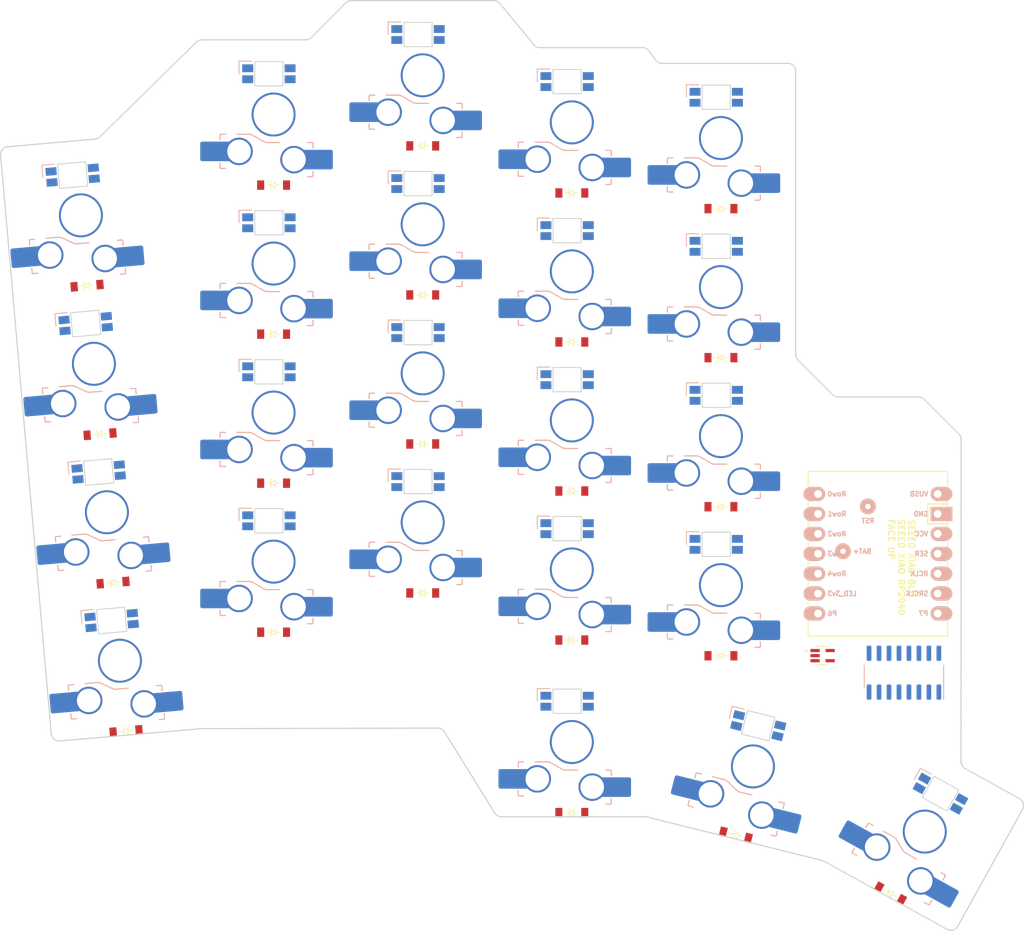
<source format=kicad_pcb>
(kicad_pcb (version 20241229) (generator "pcbnew") (generator_version "9.0")
  (title_block (title "left") (date "2025-11-11") (rev "v1.0.0") (company "Unknown"))
  (layers (0 "F.Cu" signal) (2 "B.Cu" signal) (13 "F.Paste" user) (15 "B.Paste" user) (5 "F.SilkS" user "F.Silkscreen") (7 "B.SilkS" user "B.Silkscreen") (1 "F.Mask" user) (3 "B.Mask" user) (25 "Edge.Cuts" user))
  (net 0 "")
  (net 1 "Col0")
  (net 2 "pinky_bottom")
  (net 3 "GND")
  (net 4 "pinky_home")
  (net 5 "pinky_top")
  (net 6 "pinky_number")
  (net 7 "Col1")
  (net 8 "ring_bottom")
  (net 9 "ring_home")
  (net 10 "ring_top")
  (net 11 "ring_number")
  (net 12 "Col2")
  (net 13 "middle_bottom")
  (net 14 "middle_home")
  (net 15 "middle_top")
  (net 16 "middle_number")
  (net 17 "Col3")
  (net 18 "index_bottom")
  (net 19 "index_home")
  (net 20 "index_top")
  (net 21 "index_number")
  (net 22 "Col4")
  (net 23 "inner_bottom")
  (net 24 "inner_home")
  (net 25 "inner_top")
  (net 26 "inner_number")
  (net 27 "near_thumb")
  (net 28 "home_thumb")
  (net 29 "far_thumb")
  (net 30 "Row0")
  (net 31 "Row1")
  (net 32 "Row2")
  (net 33 "Row3")
  (net 34 "Row4")
  (net 35 "VCC")
  (net 36 "LED4")
  (net 37 "LED3")
  (net 38 "LED13")
  (net 39 "LED12")
  (net 40 "LED14")
  (net 41 "LEDEND")
  (net 42 "LED22")
  (net 43 "LED5")
  (net 44 "LED11")
  (net 45 "LED15")
  (net 46 "LED21")
  (net 47 "LED6")
  (net 48 "LED10")
  (net 49 "LED16")
  (net 50 "LED20")
  (net 51 "LED7")
  (net 52 "LED9")
  (net 53 "LED17")
  (net 54 "LED19")
  (net 55 "LED8")
  (net 56 "LED18")
  (net 57 "LED2")
  (net 58 "LED1")
  (net 59 "LED")
  (net 60 "LED_3v3")
  (net 61 "P6")
  (net 62 "VUSB")
  (net 63 "SER")
  (net 64 "RCLK")
  (net 65 "SRCLK")
  (net 66 "P7")
  (net 67 "RST")
  (net 68 "BAT+")
  (net 69 "QF")
  (net 70 "QG")
  (net 71 "QH")
  (net 72 "QH'")
  (footprint "ComboDiode" (layer "F.Cu") (at 157.583453 78.363273)
    (property "Reference" "D14" (hide yes))
    (property "Value" "" (hide yes))
    (pad "1" smd rect (at -1.65 0) (size 0.9 1.2) (layers "F.Cu" "F.Mask" "F.Paste") (net 31 "Row1"))
    (pad "2" smd rect (at 1.65 0) (size 0.9 1.2) (layers "F.Cu" "F.Mask" "F.Paste") (net 19 "index_home"))
  )
  (footprint "ComboDiode" (layer "F.Cu") (at 178.484428 122.205855 -14)
    (property "Reference" "D22" (hide yes))
    (property "Value" "" (hide yes))
    (pad "1" smd rect (at -1.65 0 346) (size 0.9 1.2) (layers "F.Cu" "F.Mask" "F.Paste") (net 34 "Row4"))
    (pad "2" smd rect (at 1.65 0 346) (size 0.9 1.2) (layers "F.Cu" "F.Mask" "F.Paste") (net 28 "home_thumb"))
  )
  (footprint "SOT65P210X110-5N" (layer "F.Cu") (at 189.54 99.35)
    (property "Reference" "_1" (hide yes))
    (property "Value" "SOT65P210X110-5N")
    (pad "1" smd roundrect (at -0.96 -0.65) (size 1.19 0.4) (layers "F.Cu" "F.Mask" "F.Paste") (roundrect_rratio 0.125))
    (pad "2" smd roundrect (at -0.96 0) (size 1.19 0.4) (layers "F.Cu" "F.Mask" "F.Paste") (roundrect_rratio 0.125) (net 60 "LED_3v3"))
    (pad "3" smd roundrect (at -0.96 0.65) (size 1.19 0.4) (layers "F.Cu" "F.Mask" "F.Paste") (roundrect_rratio 0.125) (net 3 "GND"))
    (pad "4" smd roundrect (at 0.96 0.65) (size 1.19 0.4) (layers "F.Cu" "F.Mask" "F.Paste") (roundrect_rratio 0.125) (net 59 "LED"))
    (pad "5" smd roundrect (at 0.96 -0.65) (size 1.19 0.4) (layers "F.Cu" "F.Mask" "F.Paste") (roundrect_rratio 0.125) (net 35 "VCC"))
  )
  (footprint "ComboDiode" (layer "F.Cu") (at 119.583453 39.363273)
    (property "Reference" "D8" (hide yes))
    (property "Value" "" (hide yes))
    (pad "1" smd rect (at -1.65 0) (size 0.9 1.2) (layers "F.Cu" "F.Mask" "F.Paste") (net 33 "Row3"))
    (pad "2" smd rect (at 1.65 0) (size 0.9 1.2) (layers "F.Cu" "F.Mask" "F.Paste") (net 11 "ring_number"))
  )
  (footprint "ComboDiode" (layer "F.Cu") (at 95.816524 52.182654 5)
    (property "Reference" "D4" (hide yes))
    (property "Value" "" (hide yes))
    (pad "1" smd rect (at -1.65 0 5) (size 0.9 1.2) (layers "F.Cu" "F.Mask" "F.Paste") (net 33 "Row3"))
    (pad "2" smd rect (at 1.65 0 5) (size 0.9 1.2) (layers "F.Cu" "F.Mask" "F.Paste") (net 6 "pinky_number"))
  )
  (footprint "xiao-ble" (layer "F.Cu") (at 196.583453 86.363273)
    (property "Reference" "MCU1" (hide yes))
    (property "Value" "")
    (fp_text user "SEEED XIAO BLE\nSEEED XIAO RP2040\nFACE UP" (at 3 -4.5 270) (layer "F.SilkS") (effects (font (size 0.8 0.8)) (justify left)))
    (fp_text user "P6" (at -6.5 7.62 0) (layer "B.SilkS") (effects (font (size 0.6 0.6)) (justify right mirror)))
    (fp_text user "Row0" (at -6.5 -7.62 0) (layer "B.SilkS") (effects (font (size 0.6 0.6)) (justify right mirror)))
    (fp_text user "GND" (at 6.5 -5.08 0) (layer "B.SilkS") (effects (font (size 0.6 0.6)) (justify left mirror)))
    (fp_text user "Row4" (at -6.5 2.54 0) (layer "B.SilkS") (effects (font (size 0.6 0.6)) (justify right mirror)))
    (fp_text user "RST" (at -1.27 -4.2 0) (layer "B.SilkS") (effects (font (size 0.6 0.6)) (justify mirror)))
    (fp_text user "SRCLK" (at 6.5 5.08 0) (layer "B.SilkS") (effects (font (size 0.6 0.6)) (justify left mirror)))
    (fp_text user "Row2" (at -6.5 -2.54 0) (layer "B.SilkS") (effects (font (size 0.6 0.6)) (justify right mirror)))
    (fp_text user "P7" (at 6.5 7.62 0) (layer "B.SilkS") (effects (font (size 0.6 0.6)) (justify left mirror)))
    (fp_text user "BAT+" (at -2 -0.317 0) (layer "B.SilkS") (effects (font (size 0.6 0.6)) (justify mirror)))
    (fp_text user "LED_3v3" (at -6.5 5.08 0) (layer "B.SilkS") (effects (font (size 0.6 0.6)) (justify right mirror)))
    (fp_text user "Row3" (at -6.5 0 0) (layer "B.SilkS") (effects (font (size 0.6 0.6)) (justify right mirror)))
    (fp_text user "Row1" (at -6.5 -5.08 0) (layer "B.SilkS") (effects (font (size 0.6 0.6)) (justify right mirror)))
    (fp_text user "SER" (at 6.5 0 0) (layer "B.SilkS") (effects (font (size 0.6 0.6)) (justify left mirror)))
    (fp_text user "RCLK" (at 6.5 2.54 0) (layer "B.SilkS") (effects (font (size 0.6 0.6)) (justify left mirror)))
    (fp_text user "VCC" (at 6.5 -2.54 0) (layer "B.SilkS") (effects (font (size 0.6 0.6)) (justify left mirror)))
    (fp_text user "VUSB" (at 6.5 -7.62 0) (layer "B.SilkS") (effects (font (size 0.6 0.6)) (justify left mirror)))
    (pad "1" thru_hole oval (at -7.62 -7.62) (size 2.75 1.8) (drill 1 (offset -0.475 0)) (layers "*.Cu" "*.SilkS" "*.Mask") (net 30 "Row0"))
    (pad "2" thru_hole oval (at -7.62 -5.08) (size 2.75 1.8) (drill 1 (offset -0.475 0)) (layers "*.Cu" "*.SilkS" "*.Mask") (net 31 "Row1"))
    (pad "3" thru_hole oval (at -7.62 -2.54) (size 2.75 1.8) (drill 1 (offset -0.475 0)) (layers "*.Cu" "*.SilkS" "*.Mask") (net 32 "Row2"))
    (pad "4" thru_hole oval (at -7.62 0) (size 2.75 1.8) (drill 1 (offset -0.475 0)) (layers "*.Cu" "*.SilkS" "*.Mask") (net 33 "Row3"))
    (pad "5" thru_hole oval (at -7.62 2.54) (size 2.75 1.8) (drill 1 (offset -0.475 0)) (layers "*.Cu" "*.SilkS" "*.Mask") (net 34 "Row4"))
    (pad "6" thru_hole oval (at -7.62 5.08) (size 2.75 1.8) (drill 1 (offset -0.475 0)) (layers "*.Cu" "*.SilkS" "*.Mask") (net 60 "LED_3v3"))
    (pad "7" thru_hole oval (at -7.62 7.62) (size 2.75 1.8) (drill 1 (offset -0.475 0)) (layers "*.Cu" "*.SilkS" "*.Mask") (net 61 "P6"))
    (pad "8" thru_hole oval (at 7.62 7.62 180) (size 2.75 1.8) (drill 1 (offset -0.475 0)) (layers "*.Cu" "*.SilkS" "*.Mask") (net 66 "P7"))
    (pad "9" thru_hole oval (at 7.62 5.08 180) (size 2.75 1.8) (drill 1 (offset -0.475 0)) (layers "*.Cu" "*.SilkS" "*.Mask") (net 65 "SRCLK"))
    (pad "10" thru_hole oval (at 7.62 2.54 180) (size 2.75 1.8) (drill 1 (offset -0.475 0)) (layers "*.Cu" "*.SilkS" "*.Mask") (net 64 "RCLK"))
    (pad "11" thru_hole oval (at 7.62 0 180) (size 2.75 1.8) (drill 1 (offset -0.475 0)) (layers "*.Cu" "*.SilkS" "*.Mask") (net 63 "SER"))
    (pad "12" thru_hole oval (at 7.62 -2.54 180) (size 2.75 1.8) (drill 1 (offset -0.475 0)) (layers "*.Cu" "*.SilkS" "*.Mask") (net 35 "VCC"))
    (pad "13" thru_hole rect (at 7.62 -5.08 180) (size 2.75 1.8) (drill 1 (offset -0.475 0)) (layers "*.Cu" "*.SilkS" "*.Mask") (net 3 "GND"))
    (pad "14" thru_hole oval (at 7.62 -7.62 180) (size 2.75 1.8) (drill 1 (offset -0.475 0)) (layers "*.Cu" "*.SilkS" "*.Mask") (net 62 "VUSB"))
    (pad "17" thru_hole circle (at -1.27 -6.032 90) (size 2 2) (drill 0.7) (layers "*.Cu" "*.SilkS" "*.Mask") (net 67 "RST"))
    (pad "19" thru_hole circle (at -4.445 -0.317 180) (size 2 2) (drill 0.7) (layers "*.Cu" "*.SilkS" "*.Mask") (net 68 "BAT+"))
  )
  (footprint "ComboDiode" (layer "F.Cu") (at 119.583453 58.363273)
    (property "Reference" "D7" (hide yes))
    (property "Value" "" (hide yes))
    (pad "1" smd rect (at -1.65 0) (size 0.9 1.2) (layers "F.Cu" "F.Mask" "F.Paste") (net 32 "Row2"))
    (pad "2" smd rect (at 1.65 0) (size 0.9 1.2) (layers "F.Cu" "F.Mask" "F.Paste") (net 10 "ring_top"))
  )
  (footprint "ComboDiode" (layer "F.Cu") (at 176.583453 61.363273)
    (property "Reference" "D19" (hide yes))
    (property "Value" "" (hide yes))
    (pad "1" smd rect (at -1.65 0) (size 0.9 1.2) (layers "F.Cu" "F.Mask" "F.Paste") (net 32 "Row2"))
    (pad "2" smd rect (at 1.65 0) (size 0.9 1.2) (layers "F.Cu" "F.Mask" "F.Paste") (net 25 "inner_top"))
  )
  (footprint "ComboDiode" (layer "F.Cu") (at 138.583453 34.363273)
    (property "Reference" "D12" (hide yes))
    (property "Value" "" (hide yes))
    (pad "1" smd rect (at -1.65 0) (size 0.9 1.2) (layers "F.Cu" "F.Mask" "F.Paste") (net 33 "Row3"))
    (pad "2" smd rect (at 1.65 0) (size 0.9 1.2) (layers "F.Cu" "F.Mask" "F.Paste") (net 16 "middle_number"))
  )
  (footprint "ComboDiode" (layer "F.Cu") (at 138.583453 91.363273)
    (property "Reference" "D9" (hide yes))
    (property "Value" "" (hide yes))
    (pad "1" smd rect (at -1.65 0) (size 0.9 1.2) (layers "F.Cu" "F.Mask" "F.Paste") (net 30 "Row0"))
    (pad "2" smd rect (at 1.65 0) (size 0.9 1.2) (layers "F.Cu" "F.Mask" "F.Paste") (net 13 "middle_bottom"))
  )
  (footprint "ComboDiode" (layer "F.Cu") (at 176.583453 80.363273)
    (property "Reference" "D18" (hide yes))
    (property "Value" "" (hide yes))
    (pad "1" smd rect (at -1.65 0) (size 0.9 1.2) (layers "F.Cu" "F.Mask" "F.Paste") (net 31 "Row1"))
    (pad "2" smd rect (at 1.65 0) (size 0.9 1.2) (layers "F.Cu" "F.Mask" "F.Paste") (net 24 "inner_home"))
  )
  (footprint "ComboDiode" (layer "F.Cu") (at 119.583453 77.363273)
    (property "Reference" "D6" (hide yes))
    (property "Value" "" (hide yes))
    (pad "1" smd rect (at -1.65 0) (size 0.9 1.2) (layers "F.Cu" "F.Mask" "F.Paste") (net 31 "Row1"))
    (pad "2" smd rect (at 1.65 0) (size 0.9 1.2) (layers "F.Cu" "F.Mask" "F.Paste") (net 9 "ring_home"))
  )
  (footprint "ComboDiode" (layer "F.Cu") (at 157.583453 40.363273)
    (property "Reference" "D16" (hide yes))
    (property "Value" "" (hide yes))
    (pad "1" smd rect (at -1.65 0) (size 0.9 1.2) (layers "F.Cu" "F.Mask" "F.Paste") (net 33 "Row3"))
    (pad "2" smd rect (at 1.65 0) (size 0.9 1.2) (layers "F.Cu" "F.Mask" "F.Paste") (net 21 "index_number"))
  )
  (footprint "ComboDiode" (layer "F.Cu") (at 100.784402 108.965752 5)
    (property "Reference" "D1" (hide yes))
    (property "Value" "" (hide yes))
    (pad "1" smd rect (at -1.65 0 5) (size 0.9 1.2) (layers "F.Cu" "F.Mask" "F.Paste") (net 30 "Row0"))
    (pad "2" smd rect (at 1.65 0 5) (size 0.9 1.2) (layers "F.Cu" "F.Mask" "F.Paste") (net 2 "pinky_bottom"))
  )
  (footprint "ComboDiode" (layer "F.Cu") (at 157.583453 119.363273)
    (property "Reference" "D21" (hide yes))
    (property "Value" "" (hide yes))
    (pad "1" smd rect (at -1.65 0) (size 0.9 1.2) (layers "F.Cu" "F.Mask" "F.Paste") (net 34 "Row4"))
    (pad "2" smd rect (at 1.65 0) (size 0.9 1.2) (layers "F.Cu" "F.Mask" "F.Paste") (net 27 "near_thumb"))
  )
  (footprint "ComboDiode" (layer "F.Cu") (at 99.128443 90.038053 5)
    (property "Reference" "D2" (hide yes))
    (property "Value" "" (hide yes))
    (pad "1" smd rect (at -1.65 0 5) (size 0.9 1.2) (layers "F.Cu" "F.Mask" "F.Paste") (net 31 "Row1"))
    (pad "2" smd rect (at 1.65 0 5) (size 0.9 1.2) (layers "F.Cu" "F.Mask" "F.Paste") (net 4 "pinky_home"))
  )
  (footprint "ComboDiode" (layer "F.Cu") (at 97.472484 71.110354 5)
    (property "Reference" "D3" (hide yes))
    (property "Value" "" (hide yes))
    (pad "1" smd rect (at -1.65 0 5) (size 0.9 1.2) (layers "F.Cu" "F.Mask" "F.Paste") (net 32 "Row2"))
    (pad "2" smd rect (at 1.65 0 5) (size 0.9 1.2) (layers "F.Cu" "F.Mask" "F.Paste") (net 5 "pinky_top"))
  )
  (footprint "ComboDiode" (layer "F.Cu") (at 176.583453 99.363273)
    (property "Reference" "D17" (hide yes))
    (property "Value" "" (hide yes))
    (pad "1" smd rect (at -1.65 0) (size 0.9 1.2) (layers "F.Cu" "F.Mask" "F.Paste") (net 30 "Row0"))
    (pad "2" smd rect (at 1.65 0) (size 0.9 1.2) (layers "F.Cu" "F.Mask" "F.Paste") (net 23 "inner_bottom"))
  )
  (footprint "ComboDiode" (layer "F.Cu") (at 198.19429 129.654129 -29)
    (property "Reference" "D23" (hide yes))
    (property "Value" "" (hide yes))
    (pad "1" smd rect (at -1.65 0 331) (size 0.9 1.2) (layers "F.Cu" "F.Mask" "F.Paste") (net 34 "Row4"))
    (pad "2" smd rect (at 1.65 0 331) (size 0.9 1.2) (layers "F.Cu" "F.Mask" "F.Paste") (net 29 "far_thumb"))
  )
  (footprint "ComboDiode" (layer "F.Cu") (at 157.583453 59.363273)
    (property "Reference" "D15" (hide yes))
    (property "Value" "" (hide yes))
    (pad "1" smd rect (at -1.65 0) (size 0.9 1.2) (layers "F.Cu" "F.Mask" "F.Paste") (net 32 "Row2"))
    (pad "2" smd rect (at 1.65 0) (size 0.9 1.2) (layers "F.Cu" "F.Mask" "F.Paste") (net 20 "index_top"))
  )
  (footprint "ComboDiode" (layer "F.Cu") (at 138.583453 72.363273)
    (property "Reference" "D10" (hide yes))
    (property "Value" "" (hide yes))
    (pad "1" smd rect (at -1.65 0) (size 0.9 1.2) (layers "F.Cu" "F.Mask" "F.Paste") (net 31 "Row1"))
    (pad "2" smd rect (at 1.65 0) (size 0.9 1.2) (layers "F.Cu" "F.Mask" "F.Paste") (net 14 "middle_home"))
  )
  (footprint "ComboDiode" (layer "F.Cu") (at 157.583453 97.363273)
    (property "Reference" "D13" (hide yes))
    (property "Value" "" (hide yes))
    (pad "1" smd rect (at -1.65 0) (size 0.9 1.2) (layers "F.Cu" "F.Mask" "F.Paste") (net 30 "Row0"))
    (pad "2" smd rect (at 1.65 0) (size 0.9 1.2) (layers "F.Cu" "F.Mask" "F.Paste") (net 18 "index_bottom"))
  )
  (footprint "ComboDiode" (layer "F.Cu") (at 138.583453 53.363273)
    (property "Reference" "D11" (hide yes))
    (property "Value" "" (hide yes))
    (pad "1" smd rect (at -1.65 0) (size 0.9 1.2) (layers "F.Cu" "F.Mask" "F.Paste") (net 32 "Row2"))
    (pad "2" smd rect (at 1.65 0) (size 0.9 1.2) (layers "F.Cu" "F.Mask" "F.Paste") (net 15 "middle_top"))
  )
  (footprint "ComboDiode" (layer "F.Cu") (at 176.583453 42.363273)
    (property "Reference" "D20" (hide yes))
    (property "Value" "" (hide yes))
    (pad "1" smd rect (at -1.65 0) (size 0.9 1.2) (layers "F.Cu" "F.Mask" "F.Paste") (net 33 "Row3"))
    (pad "2" smd rect (at 1.65 0) (size 0.9 1.2) (layers "F.Cu" "F.Mask" "F.Paste") (net 26 "inner_number"))
  )
  (footprint "ComboDiode" (layer "F.Cu") (at 119.583453 96.363273)
    (property "Reference" "D5" (hide yes))
    (property "Value" "" (hide yes))
    (pad "1" smd rect (at -1.65 0) (size 0.9 1.2) (layers "F.Cu" "F.Mask" "F.Paste") (net 30 "Row0"))
    (pad "2" smd rect (at 1.65 0) (size 0.9 1.2) (layers "F.Cu" "F.Mask" "F.Paste") (net 8 "ring_bottom"))
  )
  (footprint "ceoloide:led_SK6812mini-e (per-keysingle-side)" (layer "B.Cu") (at 97.293114 75.944382 5)
    (property "Reference" "LED2" (hide yes))
    (property "Value" "")
    (fp_poly (pts (xy -1.8 -1.55) (xy 1.8 -1.55) (xy 1.8 1.55) (xy -1.8 1.55)) (stroke (width 0.12)) (fill no) (layer "Edge.Cuts"))
    (pad "1" smd rect (at 2.7 0.7 5) (size 1.4 1) (layers "B.Cu" "B.Mask" "B.Paste") (net 35 "VCC"))
    (pad "2" smd rect (at 2.7 -0.7 5) (size 1.4 1) (layers "B.Cu" "B.Mask" "B.Paste") (net 38 "LED13"))
    (pad "3" smd rect (at -2.7 -0.7 5) (size 1.4 1) (layers "B.Cu" "B.Mask" "B.Paste") (net 3 "GND"))
    (pad "4" smd rect (at -2.7 0.7 5) (size 1.4 1) (layers "B.Cu" "B.Mask" "B.Paste") (net 39 "LED12"))
  )
  (footprint "ceoloide:led_SK6812mini-e (per-keysingle-side)" (layer "B.Cu") (at 118.983453 44.163273)
    (property "Reference" "LED7" (hide yes))
    (property "Value" "")
    (fp_rect (start -1.8 -1.55) (end 1.8 1.55) (stroke (width 0.12)) (fill no) (layer "Edge.Cuts"))
    (pad "1" smd rect (at 2.7 0.7) (size 1.4 1) (layers "B.Cu" "B.Mask" "B.Paste") (net 35 "VCC"))
    (pad "2" smd rect (at 2.7 -0.7) (size 1.4 1) (layers "B.Cu" "B.Mask" "B.Paste") (net 45 "LED15"))
    (pad "3" smd rect (at -2.7 -0.7) (size 1.4 1) (layers "B.Cu" "B.Mask" "B.Paste") (net 3 "GND"))
    (pad "4" smd rect (at -2.7 0.7) (size 1.4 1) (layers "B.Cu" "B.Mask" "B.Paste") (net 40 "LED14"))
  )
  (footprint "ceoloide:switch_gateron_ks27_ks33" (layer "B.Cu") (at 119.583453 87.363273)
    (property "Reference" "S5" (hide yes))
    (property "Value" "")
    (pad "" thru_hole circle (at 0 0) (size 5.6 5.6) (drill 5.1) (layers "*.Cu" "*.Mask"))
    (pad "1" smd roundrect (at -7.35 4.7) (size 4 2.5) (layers "B.Cu") (roundrect_rratio 0.1) (net 7 "Col1"))
    (pad "1" thru_hole circle (at -4.4 4.7) (size 3.5 3.5) (drill 3) (layers "*.Cu" "*.Mask") (net 7 "Col1"))
    (pad "2" thru_hole circle (at 2.6 5.75) (size 3.5 3.5) (drill 3) (layers "*.Cu" "*.Mask") (net 8 "ring_bottom"))
    (pad "2" smd roundrect (at 5.55 5.75) (size 4 2.5) (layers "B.Cu") (roundrect_rratio 0.1) (net 8 "ring_bottom"))
  )
  (footprint "ceoloide:led_SK6812mini-e (per-keysingle-side)" (layer "B.Cu") (at 98.949073 94.872081 5)
    (property "Reference" "LED1" (hide yes))
    (property "Value" "")
    (fp_poly (pts (xy -1.8 -1.55) (xy 1.8 -1.55) (xy 1.8 1.55) (xy -1.8 1.55)) (stroke (width 0.12)) (fill no) (layer "Edge.Cuts"))
    (pad "1" smd rect (at 2.7 0.7 5) (size 1.4 1) (layers "B.Cu" "B.Mask" "B.Paste") (net 35 "VCC"))
    (pad "2" smd rect (at 2.7 -0.7 5) (size 1.4 1) (layers "B.Cu" "B.Mask" "B.Paste") (net 36 "LED4"))
    (pad "3" smd rect (at -2.7 -0.7 5) (size 1.4 1) (layers "B.Cu" "B.Mask" "B.Paste") (net 3 "GND"))
    (pad "4" smd rect (at -2.7 0.7 5) (size 1.4 1) (layers "B.Cu" "B.Mask" "B.Paste") (net 37 "LED3"))
  )
  (footprint "ceoloide:led_SK6812mini-e (per-keysingle-side)" (layer "B.Cu") (at 137.983453 39.163273)
    (property "Reference" "LED11" (hide yes))
    (property "Value" "")
    (fp_rect (start -1.8 -1.55) (end 1.8 1.55) (stroke (width 0.12)) (fill no) (layer "Edge.Cuts"))
    (pad "1" smd rect (at 2.7 0.7) (size 1.4 1) (layers "B.Cu" "B.Mask" "B.Paste") (net 35 "VCC"))
    (pad "2" smd rect (at 2.7 -0.7) (size 1.4 1) (layers "B.Cu" "B.Mask" "B.Paste") (net 49 "LED16"))
    (pad "3" smd rect (at -2.7 -0.7) (size 1.4 1) (layers "B.Cu" "B.Mask" "B.Paste") (net 3 "GND"))
    (pad "4" smd rect (at -2.7 0.7) (size 1.4 1) (layers "B.Cu" "B.Mask" "B.Paste") (net 45 "LED15"))
  )
  (footprint "ceoloide:led_SK6812mini-e (per-keysingle-side)" (layer "B.Cu") (at 118.983453 82.163273)
    (property "Reference" "LED5" (hide yes))
    (property "Value" "")
    (fp_rect (start -1.8 -1.55) (end 1.8 1.55) (stroke (width 0.12)) (fill no) (layer "Edge.Cuts"))
    (pad "1" smd rect (at 2.7 0.7) (size 1.4 1) (layers "B.Cu" "B.Mask" "B.Paste") (net 35 "VCC"))
    (pad "2" smd rect (at 2.7 -0.7) (size 1.4 1) (layers "B.Cu" "B.Mask" "B.Paste") (net 43 "LED5"))
    (pad "3" smd rect (at -2.7 -0.7) (size 1.4 1) (layers "B.Cu" "B.Mask" "B.Paste") (net 3 "GND"))
    (pad "4" smd rect (at -2.7 0.7) (size 1.4 1) (layers "B.Cu" "B.Mask" "B.Paste") (net 36 "LED4"))
  )
  (footprint "ceoloide:switch_gateron_ks27_ks33" (layer "B.Cu") (at 138.583453 82.363273)
    (property "Reference" "S9" (hide yes))
    (property "Value" "")
    (pad "" thru_hole circle (at 0 0) (size 5.6 5.6) (drill 5.1) (layers "*.Cu" "*.Mask"))
    (pad "1" smd roundrect (at -7.35 4.7) (size 4 2.5) (layers "B.Cu") (roundrect_rratio 0.1) (net 12 "Col2"))
    (pad "1" thru_hole circle (at -4.4 4.7) (size 3.5 3.5) (drill 3) (layers "*.Cu" "*.Mask") (net 12 "Col2"))
    (pad "2" thru_hole circle (at 2.6 5.75) (size 3.5 3.5) (drill 3) (layers "*.Cu" "*.Mask") (net 13 "middle_bottom"))
    (pad "2" smd roundrect (at 5.55 5.75) (size 4 2.5) (layers "B.Cu") (roundrect_rratio 0.1) (net 13 "middle_bottom"))
  )
  (footprint "ceoloide:led_SK6812mini-e (per-keysingle-side)" (layer "B.Cu") (at 137.983453 20.163273)
    (property "Reference" "LED12" (hide yes))
    (property "Value" "")
    (fp_rect (start -1.8 -1.55) (end 1.8 1.55) (stroke (width 0.12)) (fill no) (layer "Edge.Cuts"))
    (pad "1" smd rect (at 2.7 0.7) (size 1.4 1) (layers "B.Cu" "B.Mask" "B.Paste") (net 35 "VCC"))
    (pad "2" smd rect (at 2.7 -0.7) (size 1.4 1) (layers "B.Cu" "B.Mask" "B.Paste") (net 46 "LED21"))
    (pad "3" smd rect (at -2.7 -0.7) (size 1.4 1) (layers "B.Cu" "B.Mask" "B.Paste") (net 3 "GND"))
    (pad "4" smd rect (at -2.7 0.7) (size 1.4 1) (layers "B.Cu" "B.Mask" "B.Paste") (net 50 "LED20"))
  )
  (footprint "ceoloide:switch_gateron_ks27_ks33" (layer "B.Cu") (at 138.583453 44.363273)
    (property "Reference" "S11" (hide yes))
    (property "Value" "")
    (pad "" thru_hole circle (at 0 0) (size 5.6 5.6) (drill 5.1) (layers "*.Cu" "*.Mask"))
    (pad "1" smd roundrect (at -7.35 4.7) (size 4 2.5) (layers "B.Cu") (roundrect_rratio 0.1) (net 12 "Col2"))
    (pad "1" thru_hole circle (at -4.4 4.7) (size 3.5 3.5) (drill 3) (layers "*.Cu" "*.Mask") (net 12 "Col2"))
    (pad "2" thru_hole circle (at 2.6 5.75) (size 3.5 3.5) (drill 3) (layers "*.Cu" "*.Mask") (net 15 "middle_top"))
    (pad "2" smd roundrect (at 5.55 5.75) (size 4 2.5) (layers "B.Cu") (roundrect_rratio 0.1) (net 15 "middle_top"))
  )
  (footprint "ceoloide:switch_gateron_ks27_ks33" (layer "B.Cu") (at 176.583453 33.363273)
    (property "Reference" "S20" (hide yes))
    (property "Value" "")
    (pad "" thru_hole circle (at 0 0) (size 5.6 5.6) (drill 5.1) (layers "*.Cu" "*.Mask"))
    (pad "1" smd roundrect (at -7.35 4.7) (size 4 2.5) (layers "B.Cu") (roundrect_rratio 0.1) (net 22 "Col4"))
    (pad "1" thru_hole circle (at -4.4 4.7) (size 3.5 3.5) (drill 3) (layers "*.Cu" "*.Mask") (net 22 "Col4"))
    (pad "2" thru_hole circle (at 2.6 5.75) (size 3.5 3.5) (drill 3) (layers "*.Cu" "*.Mask") (net 26 "inner_number"))
    (pad "2" smd roundrect (at 5.55 5.75) (size 4 2.5) (layers "B.Cu") (roundrect_rratio 0.1) (net 26 "inner_number"))
  )
  (footprint "ceoloide:led_SK6812mini-e (per-keysingle-side)" (layer "B.Cu") (at 156.983453 83.163273)
    (property "Reference" "LED13" (hide yes))
    (property "Value" "")
    (fp_rect (start -1.8 -1.55) (end 1.8 1.55) (stroke (width 0.12)) (fill no) (layer "Edge.Cuts"))
    (pad "1" smd rect (at 2.7 0.7) (size 1.4 1) (layers "B.Cu" "B.Mask" "B.Paste") (net 35 "VCC"))
    (pad "2" smd rect (at 2.7 -0.7) (size 1.4 1) (layers "B.Cu" "B.Mask" "B.Paste") (net 51 "LED7"))
    (pad "3" smd rect (at -2.7 -0.7) (size 1.4 1) (layers "B.Cu" "B.Mask" "B.Paste") (net 3 "GND"))
    (pad "4" smd rect (at -2.7 0.7) (size 1.4 1) (layers "B.Cu" "B.Mask" "B.Paste") (net 47 "LED6"))
  )
  (footprint "ceoloide:switch_gateron_ks27_ks33" (layer "B.Cu") (at 138.583453 63.363273)
    (property "Reference" "S10" (hide yes))
    (property "Value" "")
    (pad "" thru_hole circle (at 0 0) (size 5.6 5.6) (drill 5.1) (layers "*.Cu" "*.Mask"))
    (pad "1" smd roundrect (at -7.35 4.7) (size 4 2.5) (layers "B.Cu") (roundrect_rratio 0.1) (net 12 "Col2"))
    (pad "1" thru_hole circle (at -4.4 4.7) (size 3.5 3.5) (drill 3) (layers "*.Cu" "*.Mask") (net 12 "Col2"))
    (pad "2" thru_hole circle (at 2.6 5.75) (size 3.5 3.5) (drill 3) (layers "*.Cu" "*.Mask") (net 14 "middle_home"))
    (pad "2" smd roundrect (at 5.55 5.75) (size 4 2.5) (layers "B.Cu") (roundrect_rratio 0.1) (net 14 "middle_home"))
  )
  (footprint "ceoloide:switch_gateron_ks27_ks33" (layer "B.Cu") (at 138.583453 25.363273)
    (property "Reference" "S12" (hide yes))
    (property "Value" "")
    (pad "" thru_hole circle (at 0 0) (size 5.6 5.6) (drill 5.1) (layers "*.Cu" "*.Mask"))
    (pad "1" smd roundrect (at -7.35 4.7) (size 4 2.5) (layers "B.Cu") (roundrect_rratio 0.1) (net 12 "Col2"))
    (pad "1" thru_hole circle (at -4.4 4.7) (size 3.5 3.5) (drill 3) (layers "*.Cu" "*.Mask") (net 12 "Col2"))
    (pad "2" thru_hole circle (at 2.6 5.75) (size 3.5 3.5) (drill 3) (layers "*.Cu" "*.Mask") (net 16 "middle_number"))
    (pad "2" smd roundrect (at 5.55 5.75) (size 4 2.5) (layers "B.Cu") (roundrect_rratio 0.1) (net 16 "middle_number"))
  )
  (footprint "ceoloide:switch_gateron_ks27_ks33" (layer "B.Cu") (at 119.583453 49.363273)
    (property "Reference" "S7" (hide yes))
    (property "Value" "")
    (pad "" thru_hole circle (at 0 0) (size 5.6 5.6) (drill 5.1) (layers "*.Cu" "*.Mask"))
    (pad "1" smd roundrect (at -7.35 4.7) (size 4 2.5) (layers "B.Cu") (roundrect_rratio 0.1) (net 7 "Col1"))
    (pad "1" thru_hole circle (at -4.4 4.7) (size 3.5 3.5) (drill 3) (layers "*.Cu" "*.Mask") (net 7 "Col1"))
    (pad "2" thru_hole circle (at 2.6 5.75) (size 3.5 3.5) (drill 3) (layers "*.Cu" "*.Mask") (net 10 "ring_top"))
    (pad "2" smd roundrect (at 5.55 5.75) (size 4 2.5) (layers "B.Cu") (roundrect_rratio 0.1) (net 10 "ring_top"))
  )
  (footprint "ceoloide:led_SK6812mini-e (per-keysingle-side)" (layer "B.Cu") (at 175.983453 28.163273)
    (property "Reference" "LED20" (hide yes))
    (property "Value" "")
    (fp_rect (start -1.8 -1.55) (end 1.8 1.55) (stroke (width 0.12)) (fill no) (layer "Edge.Cuts"))
    (pad "1" smd rect (at 2.7 0.7) (size 1.4 1) (layers "B.Cu" "B.Mask" "B.Paste") (net 35 "VCC"))
    (pad "2" smd rect (at 2.7 -0.7) (size 1.4 1) (layers "B.Cu" "B.Mask" "B.Paste") (net 54 "LED19"))
    (pad "3" smd rect (at -2.7 -0.7) (size 1.4 1) (layers "B.Cu" "B.Mask" "B.Paste") (net 3 "GND"))
    (pad "4" smd rect (at -2.7 0.7) (size 1.4 1) (layers "B.Cu" "B.Mask" "B.Paste") (net 56 "LED18"))
  )
  (footprint "ceoloide:led_SK6812mini-e (per-keysingle-side)" (layer "B.Cu") (at 175.983453 47.163273)
    (property "Reference" "LED19" (hide yes))
    (property "Value" "")
    (fp_rect (start -1.8 -1.55) (end 1.8 1.55) (stroke (width 0.12)) (fill no) (layer "Edge.Cuts"))
    (pad "1" smd rect (at 2.7 0.7) (size 1.4 1) (layers "B.Cu" "B.Mask" "B.Paste") (net 35 "VCC"))
    (pad "2" smd rect (at 2.7 -0.7) (size 1.4 1) (layers "B.Cu" "B.Mask" "B.Paste") (net 56 "LED18"))
    (pad "3" smd rect (at -2.7 -0.7) (size 1.4 1) (layers "B.Cu" "B.Mask" "B.Paste") (net 3 "GND"))
    (pad "4" smd rect (at -2.7 0.7) (size 1.4 1) (layers "B.Cu" "B.Mask" "B.Paste") (net 53 "LED17"))
  )
  (footprint "ceoloide:led_SK6812mini-e (per-keysingle-side)" (layer "B.Cu") (at 156.983453 64.163273)
    (property "Reference" "LED14" (hide yes))
    (property "Value" "")
    (fp_rect (start -1.8 -1.55) (end 1.8 1.55) (stroke (width 0.12)) (fill no) (layer "Edge.Cuts"))
    (pad "1" smd rect (at 2.7 0.7) (size 1.4 1) (layers "B.Cu" "B.Mask" "B.Paste") (net 35 "VCC"))
    (pad "2" smd rect (at 2.7 -0.7) (size 1.4 1) (layers "B.Cu" "B.Mask" "B.Paste") (net 48 "LED10"))
    (pad "3" smd rect (at -2.7 -0.7) (size 1.4 1) (layers "B.Cu" "B.Mask" "B.Paste") (net 3 "GND"))
    (pad "4" smd rect (at -2.7 0.7) (size 1.4 1) (layers "B.Cu" "B.Mask" "B.Paste") (net 52 "LED9"))
  )
  (footprint "ceoloide:switch_gateron_ks27_ks33" (layer "B.Cu") (at 157.583453 88.363273)
    (property "Reference" "S13" (hide yes))
    (property "Value" "")
    (pad "" thru_hole circle (at 0 0) (size 5.6 5.6) (drill 5.1) (layers "*.Cu" "*.Mask"))
    (pad "1" smd roundrect (at -7.35 4.7) (size 4 2.5) (layers "B.Cu") (roundrect_rratio 0.1) (net 17 "Col3"))
    (pad "1" thru_hole circle (at -4.4 4.7) (size 3.5 3.5) (drill 3) (layers "*.Cu" "*.Mask") (net 17 "Col3"))
    (pad "2" thru_hole circle (at 2.6 5.75) (size 3.5 3.5) (drill 3) (layers "*.Cu" "*.Mask") (net 18 "index_bottom"))
    (pad "2" smd roundrect (at 5.55 5.75) (size 4 2.5) (layers "B.Cu") (roundrect_rratio 0.1) (net 18 "index_bottom"))
  )
  (footprint "ceoloide:switch_gateron_ks27_ks33" (layer "B.Cu") (at 96.688082 62.144601 5)
    (property "Reference" "S3" (hide yes))
    (property "Value" "")
    (pad "" thru_hole circle (at 0 0 5) (size 5.6 5.6) (drill 5.1) (layers "*.Cu" "*.Mask"))
    (pad "1" smd roundrect (at -7.35 4.7 5) (size 4 2.5) (layers "B.Cu") (roundrect_rratio 0.1) (net 1 "Col0"))
    (pad "1" thru_hole circle (at -4.4 4.7 5) (size 3.5 3.5) (drill 3) (layers "*.Cu" "*.Mask") (net 1 "Col0"))
    (pad "2" thru_hole circle (at 2.6 5.75 5) (size 3.5 3.5) (drill 3) (layers "*.Cu" "*.Mask") (net 5 "pinky_top"))
    (pad "2" smd roundrect (at 5.55 5.75 5) (size 4 2.5) (layers "B.Cu") (roundrect_rratio 0.1) (net 5 "pinky_top"))
  )
  (footprint "SOIC-16_3.9x9.9mm_P1.27mm" (layer "B.Cu") (at 199.905 101.525 -90)
    (property "Reference" "19.051" (hide yes))
    (property "Value" "74HC595")
    (pad "1" smd roundrect (at 2.475 -4.445 270) (size 1.95 0.6) (layers "B.Cu" "B.Mask" "B.Paste") (net 7 "Col1"))
    (pad "2" smd roundrect (at 2.475 -3.175 270) (size 1.95 0.6) (layers "B.Cu" "B.Mask" "B.Paste") (net 12 "Col2"))
    (pad "3" smd roundrect (at 2.475 -1.905 270) (size 1.95 0.6) (layers "B.Cu" "B.Mask" "B.Paste") (net 17 "Col3"))
    (pad "4" smd roundrect (at 2.475 -0.635 270) (size 1.95 0.6) (layers "B.Cu" "B.Mask" "B.Paste") (net 22 "Col4"))
    (pad "5" smd roundrect (at 2.475 0.635 270) (size 1.95 0.6) (layers "B.Cu" "B.Mask" "B.Paste") (net 69 "QF"))
    (pad "6" smd roundrect (at 2.475 1.905 270) (size 1.95 0.6) (layers "B.Cu" "B.Mask" "B.Paste") (net 70 "QG"))
    (pad "7" smd roundrect (at 2.475 3.175 270) (size 1.95 0.6) (layers "B.Cu" "B.Mask" "B.Paste") (net 71 "QH"))
    (pad "8" smd roundrect (at 2.475 4.445 270) (size 1.95 0.6) (layers "B.Cu" "B.Mask" "B.Paste") (net 3 "GND"))
    (pad "9" smd roundrect (at -2.475 4.445 270) (size 1.95 0.6) (layers "B.Cu" "B.Mask" "B.Paste") (net 72 "QH'"))
    (pad "10" smd roundrect (at -2.475 3.175 270) (size 1.95 0.6) (layers "B.Cu" "B.Mask" "B.Paste") (net 35 "VCC"))
    (pad "11" smd roundrect (at -2.475 1.905 270) (size 1.95 0.6) (layers "B.Cu" "B.Mask" "B.Paste") (net 65 "SRCLK"))
    (pad "12" smd roundrect (at -2.475 0.635 270) (size 1.95 0.6) (layers "B.Cu" "B.Mask" "B.Paste") (net 64 "RCLK"))
    (pad "13" smd roundrect (at -2.475 -0.635 270) (size 1.95 0.6) (layers "B.Cu" "B.Mask" "B.Paste") (net 3 "GND"))
    (pad "14" smd roundrect (at -2.475 -1.905 270) (size 1.95 0.6) (layers "B.Cu" "B.Mask" "B.Paste") (net 63 "SER"))
    (pad "15" smd roundrect (at -2.475 -3.175 270) (size 1.95 0.6) (layers "B.Cu" "B.Mask" "B.Paste") (net 1 "Col0"))
    (pad "16" smd roundrect (at -2.475 -4.445 270) (size 1.95 0.6) (layers "B.Cu" "B.Mask" "B.Paste") (net 35 "VCC"))
  )
  (footprint "ceoloide:switch_gateron_ks27_ks33" (layer "B.Cu") (at 157.583453 31.363273)
    (property "Reference" "S16" (hide yes))
    (property "Value" "")
    (pad "" thru_hole circle (at 0 0) (size 5.6 5.6) (drill 5.1) (layers "*.Cu" "*.Mask"))
    (pad "1" smd roundrect (at -7.35 4.7) (size 4 2.5) (layers "B.Cu") (roundrect_rratio 0.1) (net 17 "Col3"))
    (pad "1" thru_hole circle (at -4.4 4.7) (size 3.5 3.5) (drill 3) (layers "*.Cu" "*.Mask") (net 17 "Col3"))
    (pad "2" thru_hole circle (at 2.6 5.75) (size 3.5 3.5) (drill 3) (layers "*.Cu" "*.Mask") (net 21 "index_number"))
    (pad "2" smd roundrect (at 5.55 5.75) (size 4 2.5) (layers "B.Cu") (roundrect_rratio 0.1) (net 21 "index_number"))
  )
  (footprint "ceoloide:led_SK6812mini-e (per-keysingle-side)" (layer "B.Cu") (at 156.983453 45.163273)
    (property "Reference" "LED15" (hide yes))
    (property "Value" "")
    (fp_rect (start -1.8 -1.55) (end 1.8 1.55) (stroke (width 0.12)) (fill no) (layer "Edge.Cuts"))
    (pad "1" smd rect (at 2.7 0.7) (size 1.4 1) (layers "B.Cu" "B.Mask" "B.Paste") (net 35 "VCC"))
    (pad "2" smd rect (at 2.7 -0.7) (size 1.4 1) (layers "B.Cu" "B.Mask" "B.Paste") (net 53 "LED17"))
    (pad "3" smd rect (at -2.7 -0.7) (size 1.4 1) (layers "B.Cu" "B.Mask" "B.Paste") (net 3 "GND"))
    (pad "4" smd rect (at -2.7 0.7) (size 1.4 1) (layers "B.Cu" "B.Mask" "B.Paste") (net 49 "LED16"))
  )
  (footprint "ceoloide:led_SK6812mini-e (per-keysingle-side)" (layer "B.Cu") (at 156.983453 105.163273)
    (property "Reference" "LED21" (hide yes))
    (property "Value" "")
    (fp_rect (start -1.8 -1.55) (end 1.8 1.55) (stroke (width 0.12)) (fill no) (layer "Edge.Cuts"))
    (pad "1" smd rect (at 2.7 0.7) (size 1.4 1) (layers "B.Cu" "B.Mask" "B.Paste") (net 35 "VCC"))
    (pad "2" smd rect (at 2.7 -0.7) (size 1.4 1) (layers "B.Cu" "B.Mask" "B.Paste") (net 37 "LED3"))
    (pad "3" smd rect (at -2.7 -0.7) (size 1.4 1) (layers "B.Cu" "B.Mask" "B.Paste") (net 3 "GND"))
    (pad "4" smd rect (at -2.7 0.7) (size 1.4 1) (layers "B.Cu" "B.Mask" "B.Paste") (net 57 "LED2"))
  )
  (footprint "ceoloide:switch_gateron_ks27_ks33" (layer "B.Cu") (at 100 100 5)
    (property "Reference" "S1" (hide yes))
    (property "Value" "")
    (pad "" thru_hole circle (at 0 0 5) (size 5.6 5.6) (drill 5.1) (layers "*.Cu" "*.Mask"))
    (pad "1" smd roundrect (at -7.35 4.7 5) (size 4 2.5) (layers "B.Cu") (roundrect_rratio 0.1) (net 1 "Col0"))
    (pad "1" thru_hole circle (at -4.4 4.7 5) (size 3.5 3.5) (drill 3) (layers "*.Cu" "*.Mask") (net 1 "Col0"))
    (pad "2" thru_hole circle (at 2.6 5.75 5) (size 3.5 3.5) (drill 3) (layers "*.Cu" "*.Mask") (net 2 "pinky_bottom"))
    (pad "2" smd roundrect (at 5.55 5.75 5) (size 4 2.5) (layers "B.Cu") (roundrect_rratio 0.1) (net 2 "pinky_bottom"))
  )
  (footprint "ceoloide:switch_gateron_ks27_ks33" (layer "B.Cu") (at 157.583453 110.363273)
    (property "Reference" "S21" (hide yes))
    (property "Value" "")
    (pad "" thru_hole circle (at 0 0) (size 5.6 5.6) (drill 5.1) (layers "*.Cu" "*.Mask"))
    (pad "1" smd roundrect (at -7.35 4.7) (size 4 2.5) (layers "B.Cu") (roundrect_rratio 0.1) (net 12 "Col2"))
    (pad "1" thru_hole circle (at -4.4 4.7) (size 3.5 3.5) (drill 3) (layers "*.Cu" "*.Mask") (net 12 "Col2"))
    (pad "2" thru_hole circle (at 2.6 5.75) (size 3.5 3.5) (drill 3) (layers "*.Cu" "*.Mask") (net 27 "near_thumb"))
    (pad "2" smd roundrect (at 5.55 5.75) (size 4 2.5) (layers "B.Cu") (roundrect_rratio 0.1) (net 27 "near_thumb"))
  )
  (footprint "ceoloide:led_SK6812mini-e (per-keysingle-side)" (layer "B.Cu") (at 137.983453 77.163273)
    (property "Reference" "LED9" (hide yes))
    (property "Value" "")
    (fp_rect (start -1.8 -1.55) (end 1.8 1.55) (stroke (width 0.12)) (fill no) (layer "Edge.Cuts"))
    (pad "1" smd rect (at 2.7 0.7) (size 1.4 1) (layers "B.Cu" "B.Mask" "B.Paste") (net 35 "VCC"))
    (pad "2" smd rect (at 2.7 -0.7) (size 1.4 1) (layers "B.Cu" "B.Mask" "B.Paste") (net 47 "LED6"))
    (pad "3" smd rect (at -2.7 -0.7) (size 1.4 1) (layers "B.Cu" "B.Mask" "B.Paste") (net 3 "GND"))
    (pad "4" smd rect (at -2.7 0.7) (size 1.4 1) (layers "B.Cu" "B.Mask" "B.Paste") (net 43 "LED5"))
  )
  (footprint "ceoloide:led_SK6812mini-e (per-keysingle-side)" (layer "B.Cu") (at 118.983453 25.163273)
    (property "Reference" "LED8" (hide yes))
    (property "Value" "")
    (fp_rect (start -1.8 -1.55) (end 1.8 1.55) (stroke (width 0.12)) (fill no) (layer "Edge.Cuts"))
    (pad "1" smd rect (at 2.7 0.7) (size 1.4 1) (layers "B.Cu" "B.Mask" "B.Paste") (net 35 "VCC"))
    (pad "2" smd rect (at 2.7 -0.7) (size 1.4 1) (layers "B.Cu" "B.Mask" "B.Paste") (net 42 "LED22"))
    (pad "3" smd rect (at -2.7 -0.7) (size 1.4 1) (layers "B.Cu" "B.Mask" "B.Paste") (net 3 "GND"))
    (pad "4" smd rect (at -2.7 0.7) (size 1.4 1) (layers "B.Cu" "B.Mask" "B.Paste") (net 46 "LED21"))
  )
  (footprint "ceoloide:switch_gateron_ks27_ks33" (layer "B.Cu") (at 157.583453 50.363273)
    (property "Reference" "S15" (hide yes))
    (property "Value" "")
    (pad "" thru_hole circle (at 0 0) (size 5.6 5.6) (drill 5.1) (layers "*.Cu" "*.Mask"))
    (pad "1" smd roundrect (at -7.35 4.7) (size 4 2.5) (layers "B.Cu") (roundrect_rratio 0.1) (net 17 "Col3"))
    (pad "1" thru_hole circle (at -4.4 4.7) (size 3.5 3.5) (drill 3) (layers "*.Cu" "*.Mask") (net 17 "Col3"))
    (pad "2" thru_hole circle (at 2.6 5.75) (size 3.5 3.5) (drill 3) (layers "*.Cu" "*.Mask") (net 20 "index_top"))
    (pad "2" smd roundrect (at 5.55 5.75) (size 4 2.5) (layers "B.Cu") (roundrect_rratio 0.1) (net 20 "index_top"))
  )
  (footprint "ceoloide:switch_gateron_ks27_ks33" (layer "B.Cu") (at 180.661725 113.473193 -14)
    (property "Reference" "S22" (hide yes))
    (property "Value" "")
    (pad "" thru_hole circle (at 0 0 346) (size 5.6 5.6) (drill 5.1) (layers "*.Cu" "*.Mask"))
    (pad "1" smd roundrect (at -7.35 4.7 346) (size 4 2.5) (layers "B.Cu") (roundrect_rratio 0.1) (net 17 "Col3"))
    (pad "1" thru_hole circle (at -4.4 4.7 346) (size 3.5 3.5) (drill 3) (layers "*.Cu" "*.Mask") (net 17 "Col3"))
    (pad "2" thru_hole circle (at 2.6 5.75 346) (size 3.5 3.5) (drill 3) (layers "*.Cu" "*.Mask") (net 28 "home_thumb"))
    (pad "2" smd roundrect (at 5.55 5.75 346) (size 4 2.5) (layers "B.Cu") (roundrect_rratio 0.1) (net 28 "home_thumb"))
  )
  (footprint "ceoloide:switch_gateron_ks27_ks33" (layer "B.Cu") (at 176.583453 71.363273)
    (property "Reference" "S18" (hide yes))
    (property "Value" "")
    (pad "" thru_hole circle (at 0 0) (size 5.6 5.6) (drill 5.1) (layers "*.Cu" "*.Mask"))
    (pad "1" smd roundrect (at -7.35 4.7) (size 4 2.5) (layers "B.Cu") (roundrect_rratio 0.1) (net 22 "Col4"))
    (pad "1" thru_hole circle (at -4.4 4.7) (size 3.5 3.5) (drill 3) (layers "*.Cu" "*.Mask") (net 22 "Col4"))
    (pad "2" thru_hole circle (at 2.6 5.75) (size 3.5 3.5) (drill 3) (layers "*.Cu" "*.Mask") (net 24 "inner_home"))
    (pad "2" smd roundrect (at 5.55 5.75) (size 4 2.5) (layers "B.Cu") (roundrect_rratio 0.1) (net 24 "inner_home"))
  )
  (footprint "ceoloide:led_SK6812mini-e (per-keysingle-side)" (layer "B.Cu") (at 175.983453 85.163273)
    (property "Reference" "LED17" (hide yes))
    (property "Value" "")
    (fp_rect (start -1.8 -1.55) (end 1.8 1.55) (stroke (width 0.12)) (fill no) (layer "Edge.Cuts"))
    (pad "1" smd rect (at 2.7 0.7) (size 1.4 1) (layers "B.Cu" "B.Mask" "B.Paste") (net 35 "VCC"))
    (pad "2" smd rect (at 2.7 -0.7) (size 1.4 1) (layers "B.Cu" "B.Mask" "B.Paste") (net 55 "LED8"))
    (pad "3" smd rect (at -2.7 -0.7) (size 1.4 1) (layers "B.Cu" "B.Mask" "B.Paste") (net 3 "GND"))
    (pad "4" smd rect (at -2.7 0.7) (size 1.4 1) (layers "B.Cu" "B.Mask" "B.Paste") (net 51 "LED7"))
  )
  (footprint "ceoloide:switch_gateron_ks27_ks33" (layer "B.Cu") (at 202.557576 121.782551 -29)
    (property "Reference" "S23" (hide yes))
    (property "Value" "")
    (pad "" thru_hole circle (at 0 0 331) (size 5.6 5.6) (drill 5.1) (layers "*.Cu" "*.Mask"))
    (pad "1" smd roundrect (at -7.35 4.7 331) (size 4 2.5) (layers "B.Cu") (roundrect_rratio 0.1) (net 22 "Col4"))
    (pad "1" thru_hole circle (at -4.4 4.7 331) (size 3.5 3.5) (drill 3) (layers "*.Cu" "*.Mask") (net 22 "Col4"))
    (pad "2" thru_hole circle (at 2.6 5.75 331) (size 3.5 3.5) (drill 3) (layers "*.Cu" "*.Mask") (net 29 "far_thumb"))
    (pad "2" smd roundrect (at 5.55 5.75 331) (size 4 2.5) (layers "B.Cu") (roundrect_rratio 0.1) (net 29 "far_thumb"))
  )
  (footprint "ceoloide:switch_gateron_ks27_ks33" (layer "B.Cu") (at 176.583453 90.363273)
    (property "Reference" "S17" (hide yes))
    (property "Value" "")
    (pad "" thru_hole circle (at 0 0) (size 5.6 5.6) (drill 5.1) (layers "*.Cu" "*.Mask"))
    (pad "1" smd roundrect (at -7.35 4.7) (size 4 2.5) (layers "B.Cu") (roundrect_rratio 0.1) (net 22 "Col4"))
    (pad "1" thru_hole circle (at -4.4 4.7) (size 3.5 3.5) (drill 3) (layers "*.Cu" "*.Mask") (net 22 "Col4"))
    (pad "2" thru_hole circle (at 2.6 5.75) (size 3.5 3.5) (drill 3) (layers "*.Cu" "*.Mask") (net 23 "inner_bottom"))
    (pad "2" smd roundrect (at 5.55 5.75) (size 4 2.5) (layers "B.Cu") (roundrect_rratio 0.1) (net 23 "inner_bottom"))
  )
  (footprint "ceoloide:led_SK6812mini-e (per-keysingle-side)" (layer "B.Cu") (at 118.983453 63.163273)
    (property "Reference" "LED6" (hide yes))
    (property "Value" "")
    (fp_rect (start -1.8 -1.55) (end 1.8 1.55) (stroke (width 0.12)) (fill no) (layer "Edge.Cuts"))
    (pad "1" smd rect (at 2.7 0.7) (size 1.4 1) (layers "B.Cu" "B.Mask" "B.Paste") (net 35 "VCC"))
    (pad "2" smd rect (at 2.7 -0.7) (size 1.4 1) (layers "B.Cu" "B.Mask" "B.Paste") (net 39 "LED12"))
    (pad "3" smd rect (at -2.7 -0.7) (size 1.4 1) (layers "B.Cu" "B.Mask" "B.Paste") (net 3 "GND"))
    (pad "4" smd rect (at -2.7 0.7) (size 1.4 1) (layers "B.Cu" "B.Mask" "B.Paste") (net 44 "LED11"))
  )
  (footprint "ceoloide:switch_gateron_ks27_ks33" (layer "B.Cu") (at 157.583453 69.363273)
    (property "Reference" "S14" (hide yes))
    (property "Value" "")
    (pad "" thru_hole circle (at 0 0) (size 5.6 5.6) (drill 5.1) (layers "*.Cu" "*.Mask"))
    (pad "1" smd roundrect (at -7.35 4.7) (size 4 2.5) (layers "B.Cu") (roundrect_rratio 0.1) (net 17 "Col3"))
    (pad "1" thru_hole circle (at -4.4 4.7) (size 3.5 3.5) (drill 3) (layers "*.Cu" "*.Mask") (net 17 "Col3"))
    (pad "2" thru_hole circle (at 2.6 5.75) (size 3.5 3.5) (drill 3) (layers "*.Cu" "*.Mask") (net 19 "index_home"))
    (pad "2" smd roundrect (at 5.55 5.75) (size 4 2.5) (layers "B.Cu") (roundrect_rratio 0.1) (net 19 "index_home"))
  )
  (footprint "ceoloide:led_SK6812mini-e (per-keysingle-side)" (layer "B.Cu") (at 95.637155 57.016682 5)
    (property "Reference" "LED3" (hide yes))
    (property "Value" "")
    (fp_poly (pts (xy -1.8 -1.55) (xy 1.8 -1.55) (xy 1.8 1.55) (xy -1.8 1.55)) (stroke (width 0.12)) (fill no) (layer "Edge.Cuts"))
    (pad "1" smd rect (at 2.7 0.7 5) (size 1.4 1) (layers "B.Cu" "B.Mask" "B.Paste") (net 35 "VCC"))
    (pad "2" smd rect (at 2.7 -0.7 5) (size 1.4 1) (layers "B.Cu" "B.Mask" "B.Paste") (net 40 "LED14"))
    (pad "3" smd rect (at -2.7 -0.7 5) (size 1.4 1) (layers "B.Cu" "B.Mask" "B.Paste") (net 3 "GND"))
    (pad "4" smd rect (at -2.7 0.7 5) (size 1.4 1) (layers "B.Cu" "B.Mask" "B.Paste") (net 38 "LED13"))
  )
  (footprint "ceoloide:led_SK6812mini-e (per-keysingle-side)" (layer "B.Cu") (at 137.983453 58.163273)
    (property "Reference" "LED10" (hide yes))
    (property "Value" "")
    (fp_rect (start -1.8 -1.55) (end 1.8 1.55) (stroke (width 0.12)) (fill no) (layer "Edge.Cuts"))
    (pad "1" smd rect (at 2.7 0.7) (size 1.4 1) (layers "B.Cu" "B.Mask" "B.Paste") (net 35 "VCC"))
    (pad "2" smd rect (at 2.7 -0.7) (size 1.4 1) (layers "B.Cu" "B.Mask" "B.Paste") (net 44 "LED11"))
    (pad "3" smd rect (at -2.7 -0.7) (size 1.4 1) (layers "B.Cu" "B.Mask" "B.Paste") (net 3 "GND"))
    (pad "4" smd rect (at -2.7 0.7) (size 1.4 1) (layers "B.Cu" "B.Mask" "B.Paste") (net 48 "LED10"))
  )
  (footprint "ceoloide:led_SK6812mini-e (per-keysingle-side)" (layer "B.Cu") (at 204.553815 116.943643 -29)
    (property "Reference" "LED23" (hide yes))
    (property "Value" "")
    (fp_poly (pts (xy -1.8 -1.55) (xy 1.8 -1.55) (xy 1.8 1.55) (xy -1.8 1.55)) (stroke (width 0.12)) (fill no) (layer "Edge.Cuts"))
    (pad "1" smd rect (at 2.7 0.7 331) (size 1.4 1) (layers "B.Cu" "B.Mask" "B.Paste") (net 35 "VCC"))
    (pad "2" smd rect (at 2.7 -0.7 331) (size 1.4 1) (layers "B.Cu" "B.Mask" "B.Paste") (net 58 "LED1"))
    (pad "3" smd rect (at -2.7 -0.7 331) (size 1.4 1) (layers "B.Cu" "B.Mask" "B.Paste") (net 3 "GND"))
    (pad "4" smd rect (at -2.7 0.7 331) (size 1.4 1) (layers "B.Cu" "B.Mask" "B.Paste") (net 59 "LED"))
  )
  (footprint "ceoloide:led_SK6812mini-e (per-keysingle-side)" (layer "B.Cu") (at 93.981196 38.088983 5)
    (property "Reference" "LED4" (hide yes))
    (property "Value" "")
    (fp_poly (pts (xy -1.8 -1.55) (xy 1.8 -1.55) (xy 1.8 1.55) (xy -1.8 1.55)) (stroke (width 0.12)) (fill no) (layer "Edge.Cuts"))
    (pad "1" smd rect (at 2.7 0.7 5) (size 1.4 1) (layers "B.Cu" "B.Mask" "B.Paste") (net 35 "VCC"))
    (pad "2" smd rect (at 2.7 -0.7 5) (size 1.4 1) (layers "B.Cu" "B.Mask" "B.Paste") (net 41 "LEDEND"))
    (pad "3" smd rect (at -2.7 -0.7 5) (size 1.4 1) (layers "B.Cu" "B.Mask" "B.Paste") (net 3 "GND"))
    (pad "4" smd rect (at -2.7 0.7 5) (size 1.4 1) (layers "B.Cu" "B.Mask" "B.Paste") (net 42 "LED22"))
  )
  (footprint "ceoloide:switch_gateron_ks27_ks33" (layer "B.Cu") (at 95.032123 43.216902 5)
    (property "Reference" "S4" (hide yes))
    (property "Value" "")
    (pad "" thru_hole circle (at 0 0 5) (size 5.6 5.6) (drill 5.1) (layers "*.Cu" "*.Mask"))
    (pad "1" smd roundrect (at -7.35 4.7 5) (size 4 2.5) (layers "B.Cu") (roundrect_rratio 0.1) (net 1 "Col0"))
    (pad "1" thru_hole circle (at -4.4 4.7 5) (size 3.5 3.5) (drill 3) (layers "*.Cu" "*.Mask") (net 1 "Col0"))
    (pad "2" thru_hole circle (at 2.6 5.75 5) (size 3.5 3.5) (drill 3) (layers "*.Cu" "*.Mask") (net 6 "pinky_number"))
    (pad "2" smd roundrect (at 5.55 5.75 5) (size 4 2.5) (layers "B.Cu") (roundrect_rratio 0.1) (net 6 "pinky_number"))
  )
  (footprint "ceoloide:led_SK6812mini-e (per-keysingle-side)" (layer "B.Cu") (at 175.983453 66.163273)
    (property "Reference" "LED18" (hide yes))
    (property "Value" "")
    (fp_rect (start -1.8 -1.55) (end 1.8 1.55) (stroke (width 0.12)) (fill no) (layer "Edge.Cuts"))
    (pad "1" smd rect (at 2.7 0.7) (size 1.4 1) (layers "B.Cu" "B.Mask" "B.Paste") (net 35 "VCC"))
    (pad "2" smd rect (at 2.7 -0.7) (size 1.4 1) (layers "B.Cu" "B.Mask" "B.Paste") (net 52 "LED9"))
    (pad "3" smd rect (at -2.7 -0.7) (size 1.4 1) (layers "B.Cu" "B.Mask" "B.Paste") (net 3 "GND"))
    (pad "4" smd rect (at -2.7 0.7) (size 1.4 1) (layers "B.Cu" "B.Mask" "B.Paste") (net 55 "LED8"))
  )
  (footprint "ceoloide:led_SK6812mini-e (per-keysingle-side)" (layer "B.Cu") (at 181.337541 108.282503 -14)
    (property "Reference" "LED22" (hide yes))
    (property "Value" "")
    (fp_poly (pts (xy -1.8 -1.55) (xy 1.8 -1.55) (xy 1.8 1.55) (xy -1.8 1.55)) (stroke (width 0.12)) (fill no) (layer "Edge.Cuts"))
    (pad "1" smd rect (at 2.7 0.7 346) (size 1.4 1) (layers "B.Cu" "B.Mask" "B.Paste") (net 35 "VCC"))
    (pad "2" smd rect (at 2.7 -0.7 346) (size 1.4 1) (layers "B.Cu" "B.Mask" "B.Paste") (net 57 "LED2"))
    (pad "3" smd rect (at -2.7 -0.7 346) (size 1.4 1) (layers "B.Cu" "B.Mask" "B.Paste") (net 3 "GND"))
    (pad "4" smd rect (at -2.7 0.7 346) (size 1.4 1) (layers "B.Cu" "B.Mask" "B.Paste") (net 58 "LED1"))
  )
  (footprint "ceoloide:switch_gateron_ks27_ks33" (layer "B.Cu") (at 119.583453 68.363273)
    (property "Reference" "S6" (hide yes))
    (property "Value" "")
    (pad "" thru_hole circle (at 0 0) (size 5.6 5.6) (drill 5.1) (layers "*.Cu" "*.Mask"))
    (pad "1" smd roundrect (at -7.35 4.7) (size 4 2.5) (layers "B.Cu") (roundrect_rratio 0.1) (net 7 "Col1"))
    (pad "1" thru_hole circle (at -4.4 4.7) (size 3.5 3.5) (drill 3) (layers "*.Cu" "*.Mask") (net 7 "Col1"))
    (pad "2" thru_hole circle (at 2.6 5.75) (size 3.5 3.5) (drill 3) (layers "*.Cu" "*.Mask") (net 9 "ring_home"))
    (pad "2" smd roundrect (at 5.55 5.75) (size 4 2.5) (layers "B.Cu") (roundrect_rratio 0.1) (net 9 "ring_home"))
  )
  (footprint "ceoloide:switch_gateron_ks27_ks33" (layer "B.Cu") (at 176.583453 52.363273)
    (property "Reference" "S19" (hide yes))
    (property "Value" "")
    (pad "" thru_hole circle (at 0 0) (size 5.6 5.6) (drill 5.1) (layers "*.Cu" "*.Mask"))
    (pad "1" smd roundrect (at -7.35 4.7) (size 4 2.5) (layers "B.Cu") (roundrect_rratio 0.1) (net 22 "Col4"))
    (pad "1" thru_hole circle (at -4.4 4.7) (size 3.5 3.5) (drill 3) (layers "*.Cu" "*.Mask") (net 22 "Col4"))
    (pad "2" thru_hole circle (at 2.6 5.75) (size 3.5 3.5) (drill 3) (layers "*.Cu" "*.Mask") (net 25 "inner_top"))
    (pad "2" smd roundrect (at 5.55 5.75) (size 4 2.5) (layers "B.Cu") (roundrect_rratio 0.1) (net 25 "inner_top"))
  )
  (footprint "ceoloide:switch_gateron_ks27_ks33" (layer "B.Cu") (at 98.344041 81.072301 5)
    (property "Reference" "S2" (hide yes))
    (property "Value" "")
    (pad "" thru_hole circle (at 0 0 5) (size 5.6 5.6) (drill 5.1) (layers "*.Cu" "*.Mask"))
    (pad "1" smd roundrect (at -7.35 4.7 5) (size 4 2.5) (layers "B.Cu") (roundrect_rratio 0.1) (net 1 "Col0"))
    (pad "1" thru_hole circle (at -4.4 4.7 5) (size 3.5 3.5) (drill 3) (layers "*.Cu" "*.Mask") (net 1 "Col0"))
    (pad "2" thru_hole circle (at 2.6 5.75 5) (size 3.5 3.5) (drill 3) (layers "*.Cu" "*.Mask") (net 4 "pinky_home"))
    (pad "2" smd roundrect (at 5.55 5.75 5) (size 4 2.5) (layers "B.Cu") (roundrect_rratio 0.1) (net 4 "pinky_home"))
  )
  (footprint "ceoloide:led_SK6812mini-e (per-keysingle-side)" (layer "B.Cu") (at 156.983453 26.163273)
    (property "Reference" "LED16" (hide yes))
    (property "Value" "")
    (fp_rect (start -1.8 -1.55) (end 1.8 1.55) (stroke (width 0.12)) (fill no) (layer "Edge.Cuts"))
    (pad "1" smd rect (at 2.7 0.7) (size 1.4 1) (layers "B.Cu" "B.Mask" "B.Paste") (net 35 "VCC"))
    (pad "2" smd rect (at 2.7 -0.7) (size 1.4 1) (layers "B.Cu" "B.Mask" "B.Paste") (net 50 "LED20"))
    (pad "3" smd rect (at -2.7 -0.7) (size 1.4 1) (layers "B.Cu" "B.Mask" "B.Paste") (net 3 "GND"))
    (pad "4" smd rect (at -2.7 0.7) (size 1.4 1) (layers "B.Cu" "B.Mask" "B.Paste") (net 54 "LED19"))
  )
  (footprint "ceoloide:switch_gateron_ks27_ks33" (layer "B.Cu") (at 119.583453 30.363273)
    (property "Reference" "S8" (hide yes))
    (property "Value" "")
    (pad "" thru_hole circle (at 0 0) (size 5.6 5.6) (drill 5.1) (layers "*.Cu" "*.Mask"))
    (pad "1" smd roundrect (at -7.35 4.7) (size 4 2.5) (layers "B.Cu") (roundrect_rratio 0.1) (net 7 "Col1"))
    (pad "1" thru_hole circle (at -4.4 4.7) (size 3.5 3.5) (drill 3) (layers "*.Cu" "*.Mask") (net 7 "Col1"))
    (pad "2" thru_hole circle (at 2.6 5.75) (size 3.5 3.5) (drill 3) (layers "*.Cu" "*.Mask") (net 11 "ring_number"))
    (pad "2" smd roundrect (at 5.55 5.75) (size 4 2.5) (layers "B.Cu") (roundrect_rratio 0.1) (net 11 "ring_number"))
  )
  (gr_line (start 207.183374 71.777599) (end 207.175501 112.862624) (stroke (width 0.15)) (layer "Edge.Cuts"))
  (gr_arc (start 169.068615 23.838273) (mid 168.614172 23.729053) (end 168.259005 23.42524) (stroke (width 0.15)) (layer "Edge.Cuts"))
  (gr_arc (start 84.800366 35.554501) (mid 85.030495 34.824517) (end 85.709405 34.47115) (stroke (width 0.15)) (layer "Edge.Cuts"))
  (gr_line (start 191.522667 66.363273) (end 201.769239 66.363273) (stroke (width 0.15)) (layer "Edge.Cuts"))
  (gr_arc (start 201.769239 66.363273) (mid 202.151916 66.439405) (end 202.476346 66.656166) (stroke (width 0.15)) (layer "Edge.Cuts"))
  (gr_line (start 129.475613 15.838273) (end 147.637064 15.838273) (stroke (width 0.15)) (layer "Edge.Cuts"))
  (gr_arc (start 189.480664 125.463649) (mid 189.605828 125.503591) (end 189.724671 125.559603) (stroke (width 0.15)) (layer "Edge.Cuts"))
  (gr_arc (start 166.980368 119.888273) (mid 167.107416 119.896373) (end 167.232403 119.920555) (stroke (width 0.15)) (layer "Edge.Cuts"))
  (gr_line (start 169.068615 23.838273) (end 185.108453 23.838273) (stroke (width 0.15)) (layer "Edge.Cuts"))
  (gr_line (start 207.690691 113.737436) (end 214.631521 117.5848) (stroke (width 0.15)) (layer "Edge.Cuts"))
  (gr_line (start 97.446531 33.215462) (end 109.766741 21.124555) (stroke (width 0.15)) (layer "Edge.Cuts"))
  (gr_arc (start 147.637064 15.838273) (mid 148.063465 15.933719) (end 148.408437 16.20189) (stroke (width 0.15)) (layer "Edge.Cuts"))
  (gr_arc (start 140.500098 108.58955) (mid 140.987897 108.715316) (end 141.352491 109.062934) (stroke (width 0.15)) (layer "Edge.Cuts"))
  (gr_arc (start 97.446531 33.215462) (mid 97.164451 33.410018) (end 96.833253 33.49794) (stroke (width 0.15)) (layer "Edge.Cuts"))
  (gr_line (start 202.476346 66.656166) (end 206.890481 71.0703) (stroke (width 0.15)) (layer "Edge.Cuts"))
  (gr_arc (start 214.631521 117.5848) (mid 215.107955 118.183781) (end 215.021331 118.94423) (stroke (width 0.15)) (layer "Edge.Cuts"))
  (gr_line (start 153.529842 21.838273) (end 166.598291 21.838273) (stroke (width 0.15)) (layer "Edge.Cuts"))
  (gr_line (start 189.480664 125.463649) (end 169.120978 120.41235) (stroke (width 0.15)) (layer "Edge.Cuts"))
  (gr_arc (start 191.522667 66.363273) (mid 191.139992 66.28714) (end 190.81556 66.07038) (stroke (width 0.15)) (layer "Edge.Cuts"))
  (gr_line (start 85.709405 34.47115) (end 96.833253 33.49794) (stroke (width 0.15)) (layer "Edge.Cuts"))
  (gr_line (start 147.765205 119.414886) (end 141.352491 109.062934) (stroke (width 0.15)) (layer "Edge.Cuts"))
  (gr_line (start 110.27656 108.662301) (end 92.337599 110.231757) (stroke (width 0.15)) (layer "Edge.Cuts"))
  (gr_line (start 167.407902 22.251305) (end 168.259005 23.42524) (stroke (width 0.15)) (layer "Edge.Cuts"))
  (gr_arc (start 128.764962 16.134728) (mid 129.090612 15.915368) (end 129.475613 15.838273) (stroke (width 0.15)) (layer "Edge.Cuts"))
  (gr_line (start 186.108453 24.838273) (end 186.108453 60.949059) (stroke (width 0.15)) (layer "Edge.Cuts"))
  (gr_arc (start 206.755327 133.856496) (mid 206.156345 134.332959) (end 205.395898 134.246306) (stroke (width 0.15)) (layer "Edge.Cuts"))
  (gr_line (start 140.500098 108.58955) (end 110.361428 108.658499) (stroke (width 0.15)) (layer "Edge.Cuts"))
  (gr_arc (start 206.890481 71.0703) (mid 207.107294 71.394811) (end 207.183374 71.777599) (stroke (width 0.15)) (layer "Edge.Cuts"))
  (gr_line (start 215.021331 118.94423) (end 206.755327 133.856496) (stroke (width 0.15)) (layer "Edge.Cuts"))
  (gr_line (start 110.467175 20.838273) (end 123.691293 20.838273) (stroke (width 0.15)) (layer "Edge.Cuts"))
  (gr_arc (start 169.120978 120.41235) (mid 169.115357 120.410938) (end 169.109745 120.409494) (stroke (width 0.15)) (layer "Edge.Cuts"))
  (gr_arc (start 153.529842 21.838273) (mid 153.103443 21.742825) (end 152.758469 21.474656) (stroke (width 0.15)) (layer "Edge.Cuts"))
  (gr_line (start 124.401944 20.541817) (end 128.764962 16.134728) (stroke (width 0.15)) (layer "Edge.Cuts"))
  (gr_arc (start 186.401346 61.656166) (mid 186.184597 61.331737) (end 186.108453 60.949059) (stroke (width 0.15)) (layer "Edge.Cuts"))
  (gr_line (start 186.401346 61.656166) (end 190.81556 66.070379) (stroke (width 0.15)) (layer "Edge.Cuts"))
  (gr_line (start 148.408437 16.20189) (end 152.758469 21.474656) (stroke (width 0.15)) (layer "Edge.Cuts"))
  (gr_line (start 166.980368 119.888273) (end 148.61531 119.888273) (stroke (width 0.15)) (layer "Edge.Cuts"))
  (gr_arc (start 185.108453 23.838273) (mid 185.8156 24.131148) (end 186.108453 24.838273) (stroke (width 0.15)) (layer "Edge.Cuts"))
  (gr_arc (start 207.690691 113.737436) (mid 207.313816 113.370273) (end 207.175501 112.862624) (stroke (width 0.15)) (layer "Edge.Cuts"))
  (gr_line (start 91.254248 109.322718) (end 84.800366 35.554501) (stroke (width 0.15)) (layer "Edge.Cuts"))
  (gr_arc (start 110.27656 108.662301) (mid 110.318954 108.659498) (end 110.361428 108.658499) (stroke (width 0.15)) (layer "Edge.Cuts"))
  (gr_line (start 169.109745 120.409494) (end 167.232403 119.920555) (stroke (width 0.15)) (layer "Edge.Cuts"))
  (gr_arc (start 166.598291 21.838273) (mid 167.052737 21.947491) (end 167.407902 22.251305) (stroke (width 0.15)) (layer "Edge.Cuts"))
  (gr_arc (start 109.766741 21.124555) (mid 110.088835 20.912603) (end 110.467175 20.838273) (stroke (width 0.15)) (layer "Edge.Cuts"))
  (gr_line (start 205.395898 134.246306) (end 189.724671 125.559603) (stroke (width 0.15)) (layer "Edge.Cuts"))
  (gr_arc (start 92.337599 110.231757) (mid 91.607639 110.001623) (end 91.254248 109.322718) (stroke (width 0.15)) (layer "Edge.Cuts"))
  (gr_arc (start 124.401944 20.541817) (mid 124.076298 20.761191) (end 123.691293 20.838273) (stroke (width 0.15)) (layer "Edge.Cuts"))
  (gr_arc (start 148.61531 119.888273) (mid 148.128798 119.761949) (end 147.765205 119.414886) (stroke (width 0.15)) (layer "Edge.Cuts"))
)
</source>
